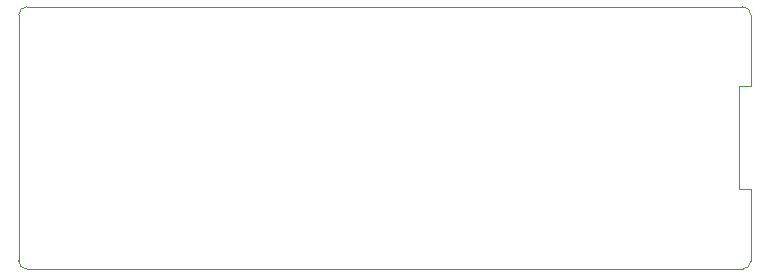
<source format=gm1>
G04 #@! TF.GenerationSoftware,KiCad,Pcbnew,(5.1.5)-3*
G04 #@! TF.CreationDate,2020-03-25T11:39:43-07:00*
G04 #@! TF.ProjectId,UPduino_v3.0,55506475-696e-46f5-9f76-332e302e6b69,3.0*
G04 #@! TF.SameCoordinates,PX5f5e100PY5f5e100*
G04 #@! TF.FileFunction,Profile,NP*
%FSLAX46Y46*%
G04 Gerber Fmt 4.6, Leading zero omitted, Abs format (unit mm)*
G04 Created by KiCad (PCBNEW (5.1.5)-3) date 2020-03-25 11:39:43*
%MOMM*%
%LPD*%
G04 APERTURE LIST*
%ADD10C,0.050000*%
G04 APERTURE END LIST*
D10*
X0Y21520000D02*
G75*
G02X700000Y22220000I700000J0D01*
G01*
X61300000Y22220000D02*
G75*
G02X62000000Y21520000I0J-700000D01*
G01*
X62000000Y700000D02*
G75*
G02X61300000Y0I-700000J0D01*
G01*
X700000Y0D02*
G75*
G02X0Y700000I0J700000D01*
G01*
X62000000Y6800000D02*
X61000000Y6800000D01*
X62000000Y15500000D02*
X61000000Y15500000D01*
X61000000Y6800000D02*
X61000000Y15500000D01*
X62000000Y700000D02*
X62000000Y6800000D01*
X0Y21520000D02*
X0Y700000D01*
X61300000Y22220000D02*
X700000Y22220000D01*
X62000000Y15500000D02*
X62000000Y21520000D01*
X700000Y0D02*
X61300000Y0D01*
M02*

</source>
